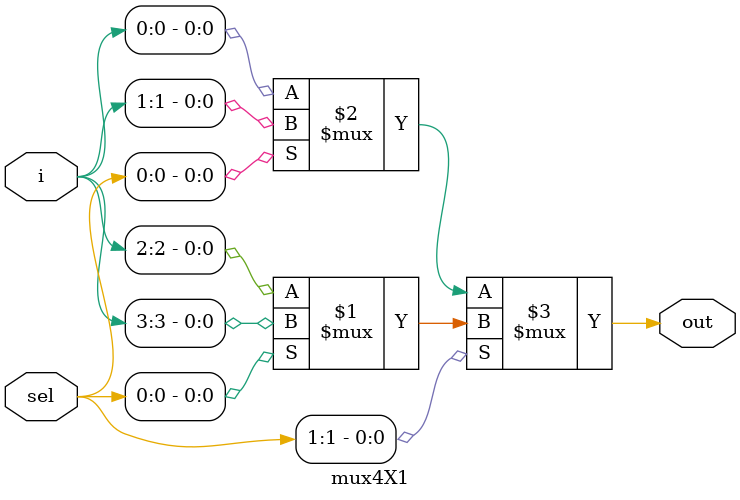
<source format=v>
 module mux4X1( i,sel,out);
input [3:0]i;
input [1:0]sel;
output out;
assign out = sel[1] ? ( sel[0] ? i[3]: i[2]) : ( sel[0] ? i[1]: i[0]);
endmodule  


</source>
